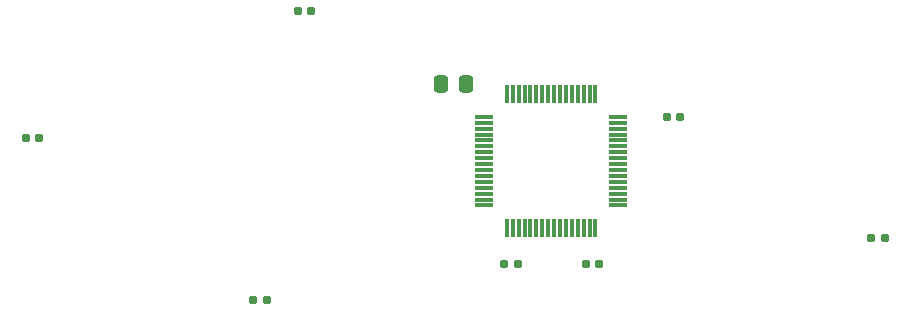
<source format=gtp>
G04 #@! TF.GenerationSoftware,KiCad,Pcbnew,8.0.8*
G04 #@! TF.CreationDate,2025-02-09T14:04:56-05:00*
G04 #@! TF.ProjectId,AetherX_KiCad,41657468-6572-4585-9f4b-694361642e6b,rev?*
G04 #@! TF.SameCoordinates,Original*
G04 #@! TF.FileFunction,Paste,Top*
G04 #@! TF.FilePolarity,Positive*
%FSLAX46Y46*%
G04 Gerber Fmt 4.6, Leading zero omitted, Abs format (unit mm)*
G04 Created by KiCad (PCBNEW 8.0.8) date 2025-02-09 14:04:56*
%MOMM*%
%LPD*%
G01*
G04 APERTURE LIST*
G04 Aperture macros list*
%AMRoundRect*
0 Rectangle with rounded corners*
0 $1 Rounding radius*
0 $2 $3 $4 $5 $6 $7 $8 $9 X,Y pos of 4 corners*
0 Add a 4 corners polygon primitive as box body*
4,1,4,$2,$3,$4,$5,$6,$7,$8,$9,$2,$3,0*
0 Add four circle primitives for the rounded corners*
1,1,$1+$1,$2,$3*
1,1,$1+$1,$4,$5*
1,1,$1+$1,$6,$7*
1,1,$1+$1,$8,$9*
0 Add four rect primitives between the rounded corners*
20,1,$1+$1,$2,$3,$4,$5,0*
20,1,$1+$1,$4,$5,$6,$7,0*
20,1,$1+$1,$6,$7,$8,$9,0*
20,1,$1+$1,$8,$9,$2,$3,0*%
G04 Aperture macros list end*
%ADD10RoundRect,0.155000X-0.212500X-0.155000X0.212500X-0.155000X0.212500X0.155000X-0.212500X0.155000X0*%
%ADD11RoundRect,0.155000X0.212500X0.155000X-0.212500X0.155000X-0.212500X-0.155000X0.212500X-0.155000X0*%
%ADD12RoundRect,0.075000X-0.700000X-0.075000X0.700000X-0.075000X0.700000X0.075000X-0.700000X0.075000X0*%
%ADD13RoundRect,0.075000X-0.075000X-0.700000X0.075000X-0.700000X0.075000X0.700000X-0.075000X0.700000X0*%
%ADD14RoundRect,0.250000X0.337500X0.475000X-0.337500X0.475000X-0.337500X-0.475000X0.337500X-0.475000X0*%
G04 APERTURE END LIST*
D10*
X136365000Y-101000000D03*
X137500000Y-101000000D03*
D11*
X165635000Y-98000000D03*
X164500000Y-98000000D03*
D12*
X155900000Y-85500000D03*
X155900000Y-86000000D03*
X155900000Y-86500000D03*
X155900000Y-87000000D03*
X155900000Y-87500000D03*
X155900000Y-88000000D03*
X155900000Y-88500000D03*
X155900000Y-89000000D03*
X155900000Y-89500000D03*
X155900000Y-90000000D03*
X155900000Y-90500000D03*
X155900000Y-91000000D03*
X155900000Y-91500000D03*
X155900000Y-92000000D03*
X155900000Y-92500000D03*
X155900000Y-93000000D03*
D13*
X157825000Y-94925000D03*
X158325000Y-94925000D03*
X158825000Y-94925000D03*
X159325000Y-94925000D03*
X159825000Y-94925000D03*
X160325000Y-94925000D03*
X160825000Y-94925000D03*
X161325000Y-94925000D03*
X161825000Y-94925000D03*
X162325000Y-94925000D03*
X162825000Y-94925000D03*
X163325000Y-94925000D03*
X163825000Y-94925000D03*
X164325000Y-94925000D03*
X164825000Y-94925000D03*
X165325000Y-94925000D03*
D12*
X167250000Y-93000000D03*
X167250000Y-92500000D03*
X167250000Y-92000000D03*
X167250000Y-91500000D03*
X167250000Y-91000000D03*
X167250000Y-90500000D03*
X167250000Y-90000000D03*
X167250000Y-89500000D03*
X167250000Y-89000000D03*
X167250000Y-88500000D03*
X167250000Y-88000000D03*
X167250000Y-87500000D03*
X167250000Y-87000000D03*
X167250000Y-86500000D03*
X167250000Y-86000000D03*
X167250000Y-85500000D03*
D13*
X165325000Y-83575000D03*
X164825000Y-83575000D03*
X164325000Y-83575000D03*
X163825000Y-83575000D03*
X163325000Y-83575000D03*
X162825000Y-83575000D03*
X162325000Y-83575000D03*
X161825000Y-83575000D03*
X161325000Y-83575000D03*
X160825000Y-83575000D03*
X160325000Y-83575000D03*
X159825000Y-83575000D03*
X159325000Y-83575000D03*
X158825000Y-83575000D03*
X158325000Y-83575000D03*
X157825000Y-83575000D03*
D11*
X158750000Y-98000000D03*
X157615000Y-98000000D03*
X118250000Y-87250000D03*
X117115000Y-87250000D03*
D14*
X154325000Y-82750000D03*
X152250000Y-82750000D03*
D10*
X171365000Y-85500000D03*
X172500000Y-85500000D03*
X188682500Y-95750000D03*
X189817500Y-95750000D03*
X140115000Y-76500000D03*
X141250000Y-76500000D03*
M02*

</source>
